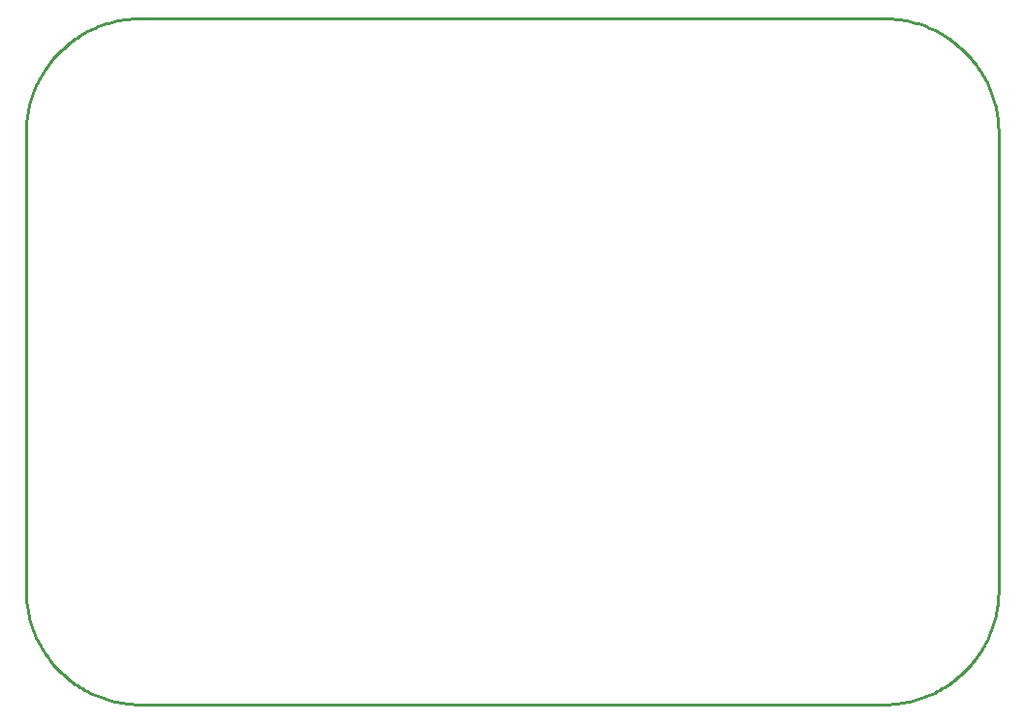
<source format=gko>
G04*
G04 #@! TF.GenerationSoftware,Altium Limited,Altium Designer,25.1.2 (22)*
G04*
G04 Layer_Color=16711935*
%FSLAX25Y25*%
%MOIN*%
G70*
G04*
G04 #@! TF.SameCoordinates,B7606435-976A-44DC-911F-35B296C07FD0*
G04*
G04*
G04 #@! TF.FilePolarity,Positive*
G04*
G01*
G75*
%ADD14C,0.01000*%
D14*
X0Y39370D02*
X13Y38373D01*
X51Y37376D01*
X114Y36381D01*
X202Y35387D01*
X316Y34396D01*
X454Y33408D01*
X618Y32424D01*
X806Y31445D01*
X1019Y30470D01*
X1257Y29502D01*
X1519Y28539D01*
X1805Y27584D01*
X2116Y26636D01*
X2451Y25697D01*
X2809Y24766D01*
X3191Y23844D01*
X3596Y22933D01*
X4023Y22032D01*
X4474Y21142D01*
X4947Y20264D01*
X5442Y19398D01*
X5959Y18545D01*
X6497Y17705D01*
X7057Y16879D01*
X7637Y16068D01*
X8237Y15271D01*
X8858Y14491D01*
X9498Y13725D01*
X10157Y12977D01*
X10835Y12245D01*
X11531Y11531D01*
X12245Y10835D01*
X12977Y10157D01*
X13725Y9498D01*
X14491Y8858D01*
X15271Y8237D01*
X16068Y7637D01*
X16879Y7057D01*
X17705Y6497D01*
X18545Y5959D01*
X19398Y5442D01*
X20264Y4947D01*
X21142Y4474D01*
X22032Y4023D01*
X22933Y3596D01*
X23844Y3191D01*
X24766Y2809D01*
X25697Y2451D01*
X26636Y2116D01*
X27584Y1805D01*
X28540Y1519D01*
X29502Y1257D01*
X30471Y1019D01*
X31445Y806D01*
X32424Y618D01*
X33408Y454D01*
X34396Y316D01*
X35387Y202D01*
X36381Y114D01*
X37376Y51D01*
X38373Y13D01*
X39370Y0D01*
X295276D02*
X296273Y13D01*
X297270Y51D01*
X298265Y114D01*
X299259Y202D01*
X300250Y316D01*
X301237Y454D01*
X302221Y618D01*
X303201Y806D01*
X304175Y1019D01*
X305144Y1257D01*
X306106Y1519D01*
X307061Y1805D01*
X308009Y2116D01*
X308949Y2451D01*
X309880Y2809D01*
X310801Y3191D01*
X311713Y3596D01*
X312614Y4023D01*
X313504Y4474D01*
X314382Y4947D01*
X315248Y5442D01*
X316101Y5959D01*
X316940Y6497D01*
X317766Y7056D01*
X318578Y7637D01*
X319374Y8237D01*
X320155Y8857D01*
X320920Y9498D01*
X321669Y10157D01*
X322400Y10835D01*
X323114Y11531D01*
X323811Y12245D01*
X324488Y12977D01*
X325148Y13725D01*
X325788Y14490D01*
X326408Y15271D01*
X327009Y16068D01*
X327589Y16879D01*
X328148Y17705D01*
X328687Y18544D01*
X329203Y19398D01*
X329698Y20263D01*
X330171Y21141D01*
X330622Y22031D01*
X331050Y22932D01*
X331455Y23844D01*
X331837Y24765D01*
X332195Y25696D01*
X332529Y26636D01*
X332840Y27584D01*
X333126Y28539D01*
X333389Y29501D01*
X333627Y30470D01*
X333840Y31444D01*
X334028Y32424D01*
X334192Y33408D01*
X334330Y34396D01*
X334444Y35386D01*
X334532Y36380D01*
X334595Y37376D01*
X334633Y38372D01*
X334646Y39369D01*
Y196850D02*
X334633Y197848D01*
X334595Y198845D01*
X334532Y199840D01*
X334444Y200833D01*
X334330Y201824D01*
X334192Y202812D01*
X334028Y203796D01*
X333840Y204776D01*
X333627Y205750D01*
X333389Y206719D01*
X333127Y207681D01*
X332840Y208636D01*
X332529Y209584D01*
X332195Y210524D01*
X331837Y211455D01*
X331455Y212376D01*
X331050Y213288D01*
X330622Y214189D01*
X330172Y215079D01*
X329699Y215957D01*
X329204Y216823D01*
X328687Y217676D01*
X328149Y218515D01*
X327589Y219341D01*
X327009Y220153D01*
X326409Y220949D01*
X325788Y221730D01*
X325148Y222495D01*
X324489Y223243D01*
X323811Y223975D01*
X323114Y224689D01*
X322400Y225385D01*
X321669Y226063D01*
X320920Y226723D01*
X320155Y227363D01*
X319374Y227983D01*
X318578Y228584D01*
X317766Y229164D01*
X316941Y229723D01*
X316101Y230262D01*
X315248Y230778D01*
X314382Y231274D01*
X313504Y231747D01*
X312614Y232197D01*
X311713Y232625D01*
X310801Y233030D01*
X309880Y233412D01*
X308949Y233770D01*
X308009Y234104D01*
X307062Y234415D01*
X306106Y234701D01*
X305144Y234964D01*
X304175Y235201D01*
X303201Y235415D01*
X302221Y235603D01*
X301237Y235767D01*
X300250Y235905D01*
X299259Y236018D01*
X298265Y236107D01*
X297270Y236170D01*
X296273Y236208D01*
X295276Y236221D01*
X39370D02*
X38373Y236208D01*
X37376Y236170D01*
X36381Y236107D01*
X35387Y236018D01*
X34396Y235905D01*
X33408Y235767D01*
X32424Y235603D01*
X31445Y235415D01*
X30470Y235201D01*
X29502Y234964D01*
X28539Y234701D01*
X27584Y234415D01*
X26636Y234104D01*
X25697Y233770D01*
X24766Y233412D01*
X23844Y233030D01*
X22933Y232625D01*
X22032Y232197D01*
X21142Y231747D01*
X20264Y231274D01*
X19398Y230778D01*
X18545Y230262D01*
X17705Y229723D01*
X16879Y229164D01*
X16068Y228584D01*
X15271Y227983D01*
X14491Y227363D01*
X13725Y226723D01*
X12977Y226063D01*
X12245Y225385D01*
X11531Y224689D01*
X10835Y223975D01*
X10157Y223243D01*
X9498Y222495D01*
X8858Y221730D01*
X8237Y220949D01*
X7637Y220153D01*
X7057Y219341D01*
X6497Y218515D01*
X5959Y217676D01*
X5442Y216823D01*
X4947Y215957D01*
X4474Y215079D01*
X4023Y214189D01*
X3596Y213288D01*
X3191Y212376D01*
X2809Y211455D01*
X2451Y210524D01*
X2116Y209584D01*
X1805Y208636D01*
X1519Y207681D01*
X1257Y206719D01*
X1019Y205750D01*
X806Y204776D01*
X618Y203796D01*
X454Y202812D01*
X316Y201824D01*
X202Y200833D01*
X114Y199840D01*
X51Y198844D01*
X13Y197848D01*
X0Y196850D01*
Y39370D02*
Y196850D01*
X39370Y0D02*
X295276D01*
X334646Y39370D02*
Y196850D01*
X39370Y236221D02*
X295276D01*
M02*

</source>
